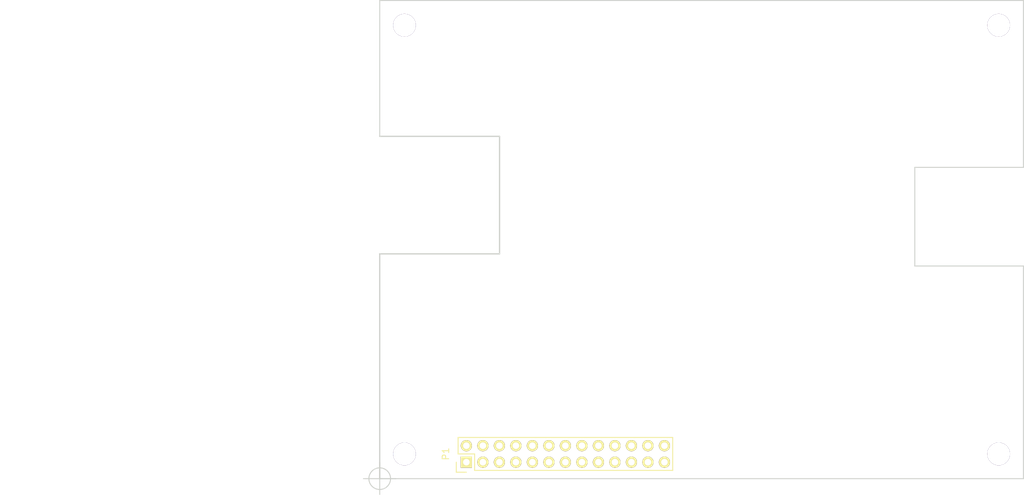
<source format=kicad_pcb>
(kicad_pcb (version 20160815) (host pcbnew no-vcs-found-7409~56~ubuntu16.10.1)

  (general
    (links 1)
    (no_connects 1)
    (area 96.419999 71.044999 195.655001 144.880001)
    (thickness 1.6)
    (drawings 20)
    (tracks 0)
    (zones 0)
    (modules 5)
    (nets 26)
  )

  (page A4)
  (layers
    (0 F.Cu signal)
    (31 B.Cu signal)
    (32 B.Adhes user)
    (33 F.Adhes user)
    (34 B.Paste user)
    (35 F.Paste user)
    (36 B.SilkS user)
    (37 F.SilkS user)
    (38 B.Mask user)
    (39 F.Mask user)
    (40 Dwgs.User user)
    (41 Cmts.User user)
    (42 Eco1.User user)
    (43 Eco2.User user)
    (44 Edge.Cuts user)
    (45 Margin user)
    (46 B.CrtYd user)
    (47 F.CrtYd user)
    (48 B.Fab user)
    (49 F.Fab user)
  )

  (setup
    (last_trace_width 0.25)
    (trace_clearance 0.2)
    (zone_clearance 0.508)
    (zone_45_only no)
    (trace_min 0.2)
    (segment_width 0.2)
    (edge_width 0.2)
    (via_size 0.6)
    (via_drill 0.4)
    (via_min_size 0.4)
    (via_min_drill 0.3)
    (uvia_size 0.3)
    (uvia_drill 0.1)
    (uvias_allowed no)
    (uvia_min_size 0.2)
    (uvia_min_drill 0.1)
    (pcb_text_width 0.3)
    (pcb_text_size 1.5 1.5)
    (mod_edge_width 0.15)
    (mod_text_size 1 1)
    (mod_text_width 0.15)
    (pad_size 3.302 3.302)
    (pad_drill 3.302)
    (pad_to_mask_clearance 0.0762)
    (aux_axis_origin 96.52 144.78)
    (grid_origin 96.52 144.78)
    (visible_elements FFFFFF7F)
    (pcbplotparams
      (layerselection 0x000fc_80000001)
      (usegerberextensions false)
      (excludeedgelayer true)
      (linewidth 0.100000)
      (plotframeref false)
      (viasonmask false)
      (mode 1)
      (useauxorigin false)
      (hpglpennumber 1)
      (hpglpenspeed 20)
      (hpglpendiameter 15)
      (psnegative false)
      (psa4output false)
      (plotreference true)
      (plotvalue true)
      (plotinvisibletext false)
      (padsonsilk false)
      (subtractmaskfromsilk false)
      (outputformat 1)
      (mirror false)
      (drillshape 0)
      (scaleselection 1)
      (outputdirectory ""))
  )

  (net 0 "")
  (net 1 GND)
  (net 2 +5V)
  (net 3 +3V3)
  (net 4 GPIO_SPI_CS#)
  (net 5 GPIO_UART1_TXD)
  (net 6 GPIO_SPI_MISO)
  (net 7 GPIO_UART1_RXD)
  (net 8 GPIO_SPI_MOSI)
  (net 9 GPIO_UART1_CTS)
  (net 10 GPIO_SPI_CLK)
  (net 11 GPIO_UART1_RTS)
  (net 12 GPIO_I2C_SCL)
  (net 13 GPIO_I2S_CLK)
  (net 14 GPIO_I2C_SDA)
  (net 15 GPIO_I2S_FRM)
  (net 16 GPIO_UART2_TXD)
  (net 17 GPIO_I2S_DO)
  (net 18 GPIO_UART2_RXD)
  (net 19 GPIO_I2S_DI)
  (net 20 GPIO_S5_0)
  (net 21 GPIO_PWM0)
  (net 22 GPIO_S5_1)
  (net 23 GPIO_PWM1)
  (net 24 GPIO_S5_2)
  (net 25 I2SMCLK_GPIO)

  (net_class Default "This is the default net class."
    (clearance 0.2)
    (trace_width 0.25)
    (via_dia 0.6)
    (via_drill 0.4)
    (uvia_dia 0.3)
    (uvia_drill 0.1)
    (diff_pair_gap 0.25)
    (diff_pair_width 0.2)
    (add_net +3V3)
    (add_net +5V)
    (add_net GND)
    (add_net GPIO_I2C_SCL)
    (add_net GPIO_I2C_SDA)
    (add_net GPIO_I2S_CLK)
    (add_net GPIO_I2S_DI)
    (add_net GPIO_I2S_DO)
    (add_net GPIO_I2S_FRM)
    (add_net GPIO_PWM0)
    (add_net GPIO_PWM1)
    (add_net GPIO_S5_0)
    (add_net GPIO_S5_1)
    (add_net GPIO_S5_2)
    (add_net GPIO_SPI_CLK)
    (add_net GPIO_SPI_CS#)
    (add_net GPIO_SPI_MISO)
    (add_net GPIO_SPI_MOSI)
    (add_net GPIO_UART1_CTS)
    (add_net GPIO_UART1_RTS)
    (add_net GPIO_UART1_RXD)
    (add_net GPIO_UART1_TXD)
    (add_net GPIO_UART2_RXD)
    (add_net GPIO_UART2_TXD)
    (add_net I2SMCLK_GPIO)
  )

  (module Pin_Headers:Pin_Header_Straight_2x13 locked (layer F.Cu) (tedit 577F1E14) (tstamp 57710C62)
    (at 109.855 142.24 90)
    (descr "Through hole pin header")
    (tags "pin header")
    (path /576C994F)
    (fp_text reference P1 (at 1.27 -3.175 90) (layer F.SilkS)
      (effects (font (size 1 1) (thickness 0.15)))
    )
    (fp_text value CONN_02X13 (at 5.08 3.175 180) (layer F.Fab) hide
      (effects (font (size 1 1) (thickness 0.15)))
    )
    (fp_line (start -1.75 -1.75) (end -1.75 32.25) (layer F.CrtYd) (width 0.05))
    (fp_line (start 4.3 -1.75) (end 4.3 32.25) (layer F.CrtYd) (width 0.05))
    (fp_line (start -1.75 -1.75) (end 4.3 -1.75) (layer F.CrtYd) (width 0.05))
    (fp_line (start -1.75 32.25) (end 4.3 32.25) (layer F.CrtYd) (width 0.05))
    (fp_line (start 3.81 -1.27) (end 3.81 31.75) (layer F.SilkS) (width 0.15))
    (fp_line (start -1.27 1.27) (end -1.27 31.75) (layer F.SilkS) (width 0.15))
    (fp_line (start 3.81 31.75) (end -1.27 31.75) (layer F.SilkS) (width 0.15))
    (fp_line (start 3.81 -1.27) (end 1.27 -1.27) (layer F.SilkS) (width 0.15))
    (fp_line (start 0 -1.55) (end -1.55 -1.55) (layer F.SilkS) (width 0.15))
    (fp_line (start 1.27 -1.27) (end 1.27 1.27) (layer F.SilkS) (width 0.15))
    (fp_line (start 1.27 1.27) (end -1.27 1.27) (layer F.SilkS) (width 0.15))
    (fp_line (start -1.55 -1.55) (end -1.55 0) (layer F.SilkS) (width 0.15))
    (pad 1 thru_hole rect (at 0 0 90) (size 1.7272 1.7272) (drill 1.016) (layers *.Cu *.Mask F.SilkS)
      (net 1 GND))
    (pad 2 thru_hole oval (at 2.54 0 90) (size 1.7272 1.7272) (drill 1.016) (layers *.Cu *.Mask F.SilkS)
      (net 1 GND))
    (pad 3 thru_hole oval (at 0 2.54 90) (size 1.7272 1.7272) (drill 1.016) (layers *.Cu *.Mask F.SilkS)
      (net 2 +5V))
    (pad 4 thru_hole oval (at 2.54 2.54 90) (size 1.7272 1.7272) (drill 1.016) (layers *.Cu *.Mask F.SilkS)
      (net 3 +3V3))
    (pad 5 thru_hole oval (at 0 5.08 90) (size 1.7272 1.7272) (drill 1.016) (layers *.Cu *.Mask F.SilkS)
      (net 4 GPIO_SPI_CS#))
    (pad 6 thru_hole oval (at 2.54 5.08 90) (size 1.7272 1.7272) (drill 1.016) (layers *.Cu *.Mask F.SilkS)
      (net 5 GPIO_UART1_TXD))
    (pad 7 thru_hole oval (at 0 7.62 90) (size 1.7272 1.7272) (drill 1.016) (layers *.Cu *.Mask F.SilkS)
      (net 6 GPIO_SPI_MISO))
    (pad 8 thru_hole oval (at 2.54 7.62 90) (size 1.7272 1.7272) (drill 1.016) (layers *.Cu *.Mask F.SilkS)
      (net 7 GPIO_UART1_RXD))
    (pad 9 thru_hole oval (at 0 10.16 90) (size 1.7272 1.7272) (drill 1.016) (layers *.Cu *.Mask F.SilkS)
      (net 8 GPIO_SPI_MOSI))
    (pad 10 thru_hole oval (at 2.54 10.16 90) (size 1.7272 1.7272) (drill 1.016) (layers *.Cu *.Mask F.SilkS)
      (net 9 GPIO_UART1_CTS))
    (pad 11 thru_hole oval (at 0 12.7 90) (size 1.7272 1.7272) (drill 1.016) (layers *.Cu *.Mask F.SilkS)
      (net 10 GPIO_SPI_CLK))
    (pad 12 thru_hole oval (at 2.54 12.7 90) (size 1.7272 1.7272) (drill 1.016) (layers *.Cu *.Mask F.SilkS)
      (net 11 GPIO_UART1_RTS))
    (pad 13 thru_hole oval (at 0 15.24 90) (size 1.7272 1.7272) (drill 1.016) (layers *.Cu *.Mask F.SilkS)
      (net 12 GPIO_I2C_SCL))
    (pad 14 thru_hole oval (at 2.54 15.24 90) (size 1.7272 1.7272) (drill 1.016) (layers *.Cu *.Mask F.SilkS)
      (net 13 GPIO_I2S_CLK))
    (pad 15 thru_hole oval (at 0 17.78 90) (size 1.7272 1.7272) (drill 1.016) (layers *.Cu *.Mask F.SilkS)
      (net 14 GPIO_I2C_SDA))
    (pad 16 thru_hole oval (at 2.54 17.78 90) (size 1.7272 1.7272) (drill 1.016) (layers *.Cu *.Mask F.SilkS)
      (net 15 GPIO_I2S_FRM))
    (pad 17 thru_hole oval (at 0 20.32 90) (size 1.7272 1.7272) (drill 1.016) (layers *.Cu *.Mask F.SilkS)
      (net 16 GPIO_UART2_TXD))
    (pad 18 thru_hole oval (at 2.54 20.32 90) (size 1.7272 1.7272) (drill 1.016) (layers *.Cu *.Mask F.SilkS)
      (net 17 GPIO_I2S_DO))
    (pad 19 thru_hole oval (at 0 22.86 90) (size 1.7272 1.7272) (drill 1.016) (layers *.Cu *.Mask F.SilkS)
      (net 18 GPIO_UART2_RXD))
    (pad 20 thru_hole oval (at 2.54 22.86 90) (size 1.7272 1.7272) (drill 1.016) (layers *.Cu *.Mask F.SilkS)
      (net 19 GPIO_I2S_DI))
    (pad 21 thru_hole oval (at 0 25.4 90) (size 1.7272 1.7272) (drill 1.016) (layers *.Cu *.Mask F.SilkS)
      (net 20 GPIO_S5_0))
    (pad 22 thru_hole oval (at 2.54 25.4 90) (size 1.7272 1.7272) (drill 1.016) (layers *.Cu *.Mask F.SilkS)
      (net 21 GPIO_PWM0))
    (pad 23 thru_hole oval (at 0 27.94 90) (size 1.7272 1.7272) (drill 1.016) (layers *.Cu *.Mask F.SilkS)
      (net 22 GPIO_S5_1))
    (pad 24 thru_hole oval (at 2.54 27.94 90) (size 1.7272 1.7272) (drill 1.016) (layers *.Cu *.Mask F.SilkS)
      (net 23 GPIO_PWM1))
    (pad 25 thru_hole oval (at 0 30.48 90) (size 1.7272 1.7272) (drill 1.016) (layers *.Cu *.Mask F.SilkS)
      (net 24 GPIO_S5_2))
    (pad 26 thru_hole oval (at 2.54 30.48 90) (size 1.7272 1.7272) (drill 1.016) (layers *.Cu *.Mask F.SilkS)
      (net 25 I2SMCLK_GPIO))
    (model Pin_Headers.3dshapes/Pin_Header_Straight_2x13.wrl
      (at (xyz 0.05 -0.6 0))
      (scale (xyz 1 1 1))
      (rotate (xyz 0 0 90))
    )
  )

  (module Mounting_Holes:MountingHole_3-5mm locked (layer F.Cu) (tedit 58633422) (tstamp 577DA462)
    (at 191.77 140.97)
    (descr "Mounting hole, Befestigungsbohrung, 3,5mm, No Annular, Kein Restring,")
    (tags "Mounting hole, Befestigungsbohrung, 3,5mm, No Annular, Kein Restring,")
    (path /58633372)
    (fp_text reference MK2 (at 0 -4.50088) (layer F.SilkS) hide
      (effects (font (size 1 1) (thickness 0.15)))
    )
    (fp_text value Mounting_Hole (at 0 5.00126) (layer F.Fab) hide
      (effects (font (size 1 1) (thickness 0.15)))
    )
    (fp_circle (center 0 0) (end 3.5 0) (layer Cmts.User) (width 0.381))
    (pad 1 thru_hole circle (at 0 0) (size 3.5 3.5) (drill 3.5) (layers))
  )

  (module Mounting_Holes:MountingHole_3-5mm locked (layer F.Cu) (tedit 58633418) (tstamp 577F1CAE)
    (at 100.33 140.97)
    (descr "Mounting hole, Befestigungsbohrung, 3,5mm, No Annular, Kein Restring,")
    (tags "Mounting hole, Befestigungsbohrung, 3,5mm, No Annular, Kein Restring,")
    (path /58633409)
    (fp_text reference MK1 (at 0 -4.50088) (layer F.SilkS) hide
      (effects (font (size 1 1) (thickness 0.15)))
    )
    (fp_text value Mounting_Hole (at 0 5.00126) (layer F.Fab) hide
      (effects (font (size 1 1) (thickness 0.15)))
    )
    (fp_circle (center 0 0) (end 3.5 0) (layer Cmts.User) (width 0.381))
    (pad 1 thru_hole circle (at 0 0) (size 3.5 3.5) (drill 3.5) (layers))
  )

  (module Mounting_Holes:MountingHole_3-5mm locked (layer F.Cu) (tedit 58633440) (tstamp 577F1CB9)
    (at 100.33 74.93)
    (descr "Mounting hole, Befestigungsbohrung, 3,5mm, No Annular, Kein Restring,")
    (tags "Mounting hole, Befestigungsbohrung, 3,5mm, No Annular, Kein Restring,")
    (path /5863348E)
    (fp_text reference MK4 (at 0 -4.50088) (layer F.SilkS) hide
      (effects (font (size 1 1) (thickness 0.15)))
    )
    (fp_text value Mounting_Hole (at 0 5.00126) (layer F.Fab) hide
      (effects (font (size 1 1) (thickness 0.15)))
    )
    (fp_circle (center 0 0) (end 3.5 0) (layer Cmts.User) (width 0.381))
    (pad 1 thru_hole circle (at 0 0) (size 3.5 3.5) (drill 3.5) (layers))
  )

  (module Mounting_Holes:MountingHole_3-5mm locked (layer F.Cu) (tedit 58633432) (tstamp 577F1CC4)
    (at 191.77 74.93)
    (descr "Mounting hole, Befestigungsbohrung, 3,5mm, No Annular, Kein Restring,")
    (tags "Mounting hole, Befestigungsbohrung, 3,5mm, No Annular, Kein Restring,")
    (path /58633454)
    (fp_text reference MK3 (at 0 -4.50088) (layer F.SilkS) hide
      (effects (font (size 1 1) (thickness 0.15)))
    )
    (fp_text value Mounting_Hole (at 0 5.00126) (layer F.Fab) hide
      (effects (font (size 1 1) (thickness 0.15)))
    )
    (fp_circle (center 0 0) (end 3.5 0) (layer Cmts.User) (width 0.381))
    (pad 1 thru_hole circle (at 0 0) (size 3.5 3.5) (drill 3.5) (layers))
  )

  (gr_line (start 96.52 110.15) (end 96.52 144.78) (layer Edge.Cuts) (width 0.2))
  (gr_line (start 195.58 96.83) (end 195.58 71.12) (angle 90) (layer Edge.Cuts) (width 0.15) (tstamp 586C5EA2))
  (gr_text "NOTE: NO BOTTOM SIDE OR THROUGH-HOLE\nCOMPONENTS IN THE AREAS DESIGNATED IN THE\nDWGS.USER LAYER TO AVOID COLLISION WITH\nMINNOWBOARD ETHERNET AND USB CONNECTORS." (at 66.421 101.092) (layer Cmts.User)
    (effects (font (size 1.5 1.5) (thickness 0.3)))
  )
  (gr_line (start 178.86 112.02) (end 195.58 96.83) (angle 90) (layer Dwgs.User) (width 0.2))
  (gr_line (start 178.86 96.83) (end 195.58 112.02) (angle 90) (layer Dwgs.User) (width 0.2))
  (gr_line (start 114.96 92.05) (end 96.52 110.15) (angle 90) (layer Dwgs.User) (width 0.2))
  (gr_line (start 96.52 92.05) (end 114.96 110.15) (angle 90) (layer Dwgs.User) (width 0.2))
  (gr_line (start 96.52 110.15) (end 96.52 92.05) (angle 90) (layer Dwgs.User) (width 0.2))
  (gr_line (start 114.96 110.15) (end 96.52 110.15) (angle 90) (layer Edge.Cuts) (width 0.2))
  (gr_line (start 114.96 92.05) (end 114.96 110.15) (angle 90) (layer Edge.Cuts) (width 0.2))
  (gr_line (start 96.52 92.05) (end 114.96 92.05) (angle 90) (layer Edge.Cuts) (width 0.2))
  (gr_line (start 178.86 112.02) (end 178.86 96.83) (angle 90) (layer Edge.Cuts) (width 0.15))
  (gr_line (start 195.58 112.02) (end 178.86 112.02) (angle 90) (layer Edge.Cuts) (width 0.15))
  (gr_line (start 195.58 96.83) (end 195.58 112.02) (angle 90) (layer Dwgs.User) (width 0.2))
  (gr_line (start 178.86 96.83) (end 195.58 96.83) (angle 90) (layer Edge.Cuts) (width 0.15))
  (target plus (at 96.52 144.78) (size 5) (width 0.15) (layer Edge.Cuts))
  (gr_line (start 96.52 71.12) (end 96.52 92.05) (angle 90) (layer Edge.Cuts) (width 0.15))
  (gr_line (start 195.58 71.12) (end 96.52 71.12) (angle 90) (layer Edge.Cuts) (width 0.15))
  (gr_line (start 195.58 144.78) (end 195.58 112.02) (angle 90) (layer Edge.Cuts) (width 0.15))
  (gr_line (start 96.52 144.78) (end 195.58 144.78) (angle 90) (layer Edge.Cuts) (width 0.15))

)

</source>
